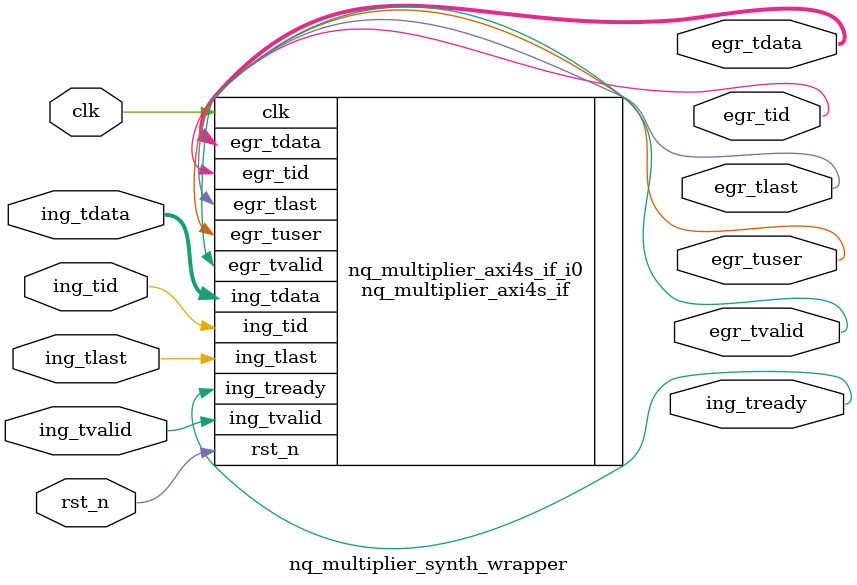
<source format=sv>

`default_nettype none

module nq_multiplier_synth_wrapper #(
  parameter int AXI_DATA_WIDTH_P = 32,
  parameter int AXI_ID_WIDTH_P   = 1,
  parameter int N_BITS_P         = 32,
  parameter int Q_BITS_P         = 15
)(
  // Clock and reset
  input  wire                           clk,
  input  wire                           rst_n,

  // AXI4-S master side
  input  wire                           ing_tvalid,
  output logic                          ing_tready,
  input  wire  [AXI_DATA_WIDTH_P-1 : 0] ing_tdata,
  input  wire                           ing_tlast,
  input  wire    [AXI_ID_WIDTH_P-1 : 0] ing_tid,

  // AXI4-S slave side
  output logic                          egr_tvalid,
  output logic [AXI_DATA_WIDTH_P-1 : 0] egr_tdata,
  output logic                          egr_tlast,
  output logic   [AXI_ID_WIDTH_P-1 : 0] egr_tid,
  output logic                          egr_tuser
);

nq_multiplier_axi4s_if #(
  .AXI_DATA_WIDTH_P ( AXI_DATA_WIDTH_P ),
  .AXI_ID_WIDTH_P   ( AXI_ID_WIDTH_P   ),
  .N_BITS_P         ( N_BITS_P         ),
  .Q_BITS_P         ( Q_BITS_P         )
) nq_multiplier_axi4s_if_i0 (
  .clk              ( clk              ),
  .rst_n            ( rst_n            ),

  .ing_tvalid       ( ing_tvalid       ),
  .ing_tready       ( ing_tready       ),
  .ing_tdata        ( ing_tdata        ),
  .ing_tlast        ( ing_tlast        ),
  .ing_tid          ( ing_tid          ),

  .egr_tvalid       ( egr_tvalid       ),
  .egr_tdata        ( egr_tdata        ),
  .egr_tlast        ( egr_tlast        ),
  .egr_tid          ( egr_tid          ),
  .egr_tuser        ( egr_tuser        )
);


endmodule

`default_nettype wire

</source>
